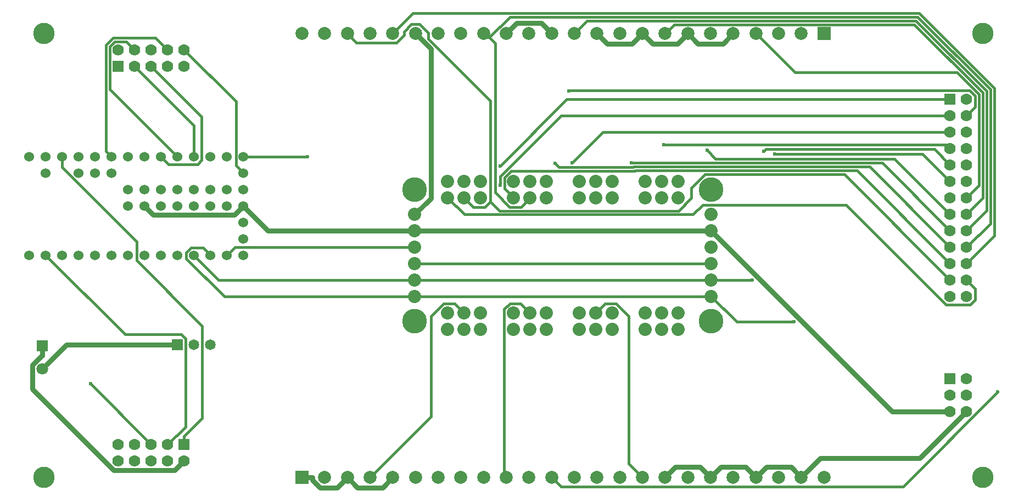
<source format=gbr>
G04 #@! TF.FileFunction,Copper,L1,Top,Signal*
%FSLAX46Y46*%
G04 Gerber Fmt 4.6, Leading zero omitted, Abs format (unit mm)*
G04 Created by KiCad (PCBNEW 4.0.7-e2-6376~58~ubuntu16.04.1) date Mon Nov 19 16:49:33 2018*
%MOMM*%
%LPD*%
G01*
G04 APERTURE LIST*
%ADD10C,0.100000*%
%ADD11R,1.800000X1.800000*%
%ADD12C,1.800000*%
%ADD13R,1.651000X1.651000*%
%ADD14C,1.651000*%
%ADD15R,1.778000X1.778000*%
%ADD16C,1.778000*%
%ADD17R,2.000000X2.000000*%
%ADD18C,2.000000*%
%ADD19C,1.524000*%
%ADD20C,2.032000*%
%ADD21C,3.810000*%
%ADD22C,3.302000*%
%ADD23C,0.600000*%
%ADD24C,0.762000*%
%ADD25C,0.381000*%
G04 APERTURE END LIST*
D10*
D11*
X54356000Y-102897940D03*
D12*
X54356000Y-106398060D03*
D13*
X75184000Y-102743000D03*
D14*
X77724000Y-102743000D03*
X80264000Y-102743000D03*
D15*
X194310000Y-64770000D03*
D16*
X196850000Y-64770000D03*
X194310000Y-67310000D03*
X196850000Y-67310000D03*
X194310000Y-69850000D03*
X196850000Y-69850000D03*
X194310000Y-72390000D03*
X196850000Y-72390000D03*
X194310000Y-74930000D03*
X196850000Y-74930000D03*
X194310000Y-77470000D03*
X196850000Y-77470000D03*
X194310000Y-80010000D03*
X196850000Y-80010000D03*
X194310000Y-82550000D03*
X196850000Y-82550000D03*
X194310000Y-85090000D03*
X196850000Y-85090000D03*
X194310000Y-87630000D03*
X196850000Y-87630000D03*
X194310000Y-90170000D03*
X196850000Y-90170000D03*
X194310000Y-92710000D03*
X196850000Y-92710000D03*
X194310000Y-95250000D03*
X196850000Y-95250000D03*
D15*
X194310000Y-107950000D03*
D16*
X196850000Y-107950000D03*
X194310000Y-110490000D03*
X196850000Y-110490000D03*
X194310000Y-113030000D03*
X196850000Y-113030000D03*
D15*
X76200000Y-118110000D03*
D16*
X76200000Y-120650000D03*
X73660000Y-118110000D03*
X73660000Y-120650000D03*
X71120000Y-118110000D03*
X71120000Y-120650000D03*
X68580000Y-118110000D03*
X68580000Y-120650000D03*
X66040000Y-118110000D03*
X66040000Y-120650000D03*
D15*
X66040000Y-59690000D03*
D16*
X66040000Y-57150000D03*
X68580000Y-59690000D03*
X68580000Y-57150000D03*
X71120000Y-59690000D03*
X71120000Y-57150000D03*
X73660000Y-59690000D03*
X73660000Y-57150000D03*
X76200000Y-59690000D03*
X76200000Y-57150000D03*
D17*
X94369940Y-123190000D03*
D18*
X97870060Y-123190000D03*
X101370000Y-123190000D03*
X104870000Y-123190000D03*
X108370000Y-123190000D03*
X111870000Y-123190000D03*
X115370000Y-123190000D03*
X118870000Y-123190000D03*
X122370000Y-123190000D03*
X125870000Y-123190000D03*
X129370000Y-123190000D03*
X132870000Y-123190000D03*
X136370000Y-123190000D03*
X139870000Y-123190000D03*
X143370000Y-123190000D03*
X146870000Y-123190000D03*
X150370000Y-123190000D03*
X153870000Y-123190000D03*
X157370000Y-123190000D03*
X160870000Y-123190000D03*
X164370000Y-123190000D03*
X167870000Y-123190000D03*
X171370000Y-123190000D03*
X174870000Y-123190000D03*
D17*
X174870060Y-54610000D03*
D18*
X171369940Y-54610000D03*
X167870000Y-54610000D03*
X164370000Y-54610000D03*
X160870000Y-54610000D03*
X157370000Y-54610000D03*
X153870000Y-54610000D03*
X150370000Y-54610000D03*
X146870000Y-54610000D03*
X143370000Y-54610000D03*
X139870000Y-54610000D03*
X136370000Y-54610000D03*
X132870000Y-54610000D03*
X129370000Y-54610000D03*
X125870000Y-54610000D03*
X122370000Y-54610000D03*
X118870000Y-54610000D03*
X115370000Y-54610000D03*
X111870000Y-54610000D03*
X108370000Y-54610000D03*
X104870000Y-54610000D03*
X101370000Y-54610000D03*
X97870000Y-54610000D03*
X94370000Y-54610000D03*
D19*
X52324000Y-88900000D03*
X54864000Y-88900000D03*
X57404000Y-88900000D03*
X59944000Y-88900000D03*
X62484000Y-88900000D03*
X65024000Y-88900000D03*
X67564000Y-88900000D03*
X70104000Y-88900000D03*
X72644000Y-88900000D03*
X75184000Y-88900000D03*
X77724000Y-88900000D03*
X80264000Y-88900000D03*
X82804000Y-88900000D03*
X85344000Y-88900000D03*
X85344000Y-86360000D03*
X85344000Y-83820000D03*
X85344000Y-81280000D03*
X85344000Y-78740000D03*
X85344000Y-76200000D03*
X85344000Y-73660000D03*
X82804000Y-73660000D03*
X80264000Y-73660000D03*
X77724000Y-73660000D03*
X75184000Y-73660000D03*
X72644000Y-73660000D03*
X70104000Y-73660000D03*
X67564000Y-73660000D03*
X65024000Y-73660000D03*
X62484000Y-73660000D03*
X59944000Y-73660000D03*
X57404000Y-73660000D03*
X54864000Y-73660000D03*
X52324000Y-73660000D03*
X67564000Y-81280000D03*
X70104000Y-81280000D03*
X72644000Y-81280000D03*
X75184000Y-81280000D03*
X77724000Y-81280000D03*
X80264000Y-81280000D03*
X82804000Y-81280000D03*
X82804000Y-78740000D03*
X80264000Y-78740000D03*
X77724000Y-78740000D03*
X75184000Y-78740000D03*
X72644000Y-78740000D03*
X70104000Y-78740000D03*
X67564000Y-78740000D03*
X65024000Y-76200000D03*
X62484000Y-76200000D03*
X59944000Y-76200000D03*
X54864000Y-76200000D03*
D20*
X111760000Y-95250000D03*
X111760000Y-92710000D03*
X111760000Y-90170000D03*
X111760000Y-87630000D03*
X111760000Y-85090000D03*
X111760000Y-82550000D03*
X157480000Y-95250000D03*
X157480000Y-92710000D03*
X157480000Y-90170000D03*
X157480000Y-87630000D03*
X157480000Y-85090000D03*
X157480000Y-82550000D03*
X116840000Y-97790000D03*
X116840000Y-100330000D03*
X119380000Y-97790000D03*
X119380000Y-100330000D03*
X121920000Y-97790000D03*
X121920000Y-100330000D03*
X127000000Y-97790000D03*
X127000000Y-100330000D03*
X129540000Y-97790000D03*
X129540000Y-100330000D03*
X132080000Y-97790000D03*
X132080000Y-100330000D03*
X137160000Y-97790000D03*
X137160000Y-100330000D03*
X139700000Y-97790000D03*
X139700000Y-100330000D03*
X142240000Y-97790000D03*
X142240000Y-100330000D03*
X147320000Y-97790000D03*
X147320000Y-100330000D03*
X149860000Y-97790000D03*
X149860000Y-100330000D03*
X152400000Y-97790000D03*
X152400000Y-100330000D03*
X152400000Y-80010000D03*
X152400000Y-77470000D03*
X149860000Y-80010000D03*
X149860000Y-77470000D03*
X147320000Y-80010000D03*
X147320000Y-77470000D03*
X142240000Y-80010000D03*
X142240000Y-77470000D03*
X139700000Y-80010000D03*
X139700000Y-77470000D03*
X137160000Y-80010000D03*
X137160000Y-77470000D03*
X132080000Y-80010000D03*
X132080000Y-77470000D03*
X129540000Y-80010000D03*
X129540000Y-77470000D03*
X127000000Y-80010000D03*
X127000000Y-77470000D03*
X121920000Y-80010000D03*
X121920000Y-77470000D03*
X119380000Y-80010000D03*
X119380000Y-77470000D03*
X116840000Y-80010000D03*
X116840000Y-77470000D03*
D21*
X111760000Y-99060000D03*
X111760000Y-78740000D03*
X157480000Y-78740000D03*
X157480000Y-99060000D03*
D22*
X54610000Y-54610000D03*
X199390000Y-54610000D03*
X199390000Y-123190000D03*
X54610000Y-123190000D03*
D23*
X124897700Y-75070400D03*
X124900000Y-78086800D03*
X135489600Y-63516200D03*
X135997300Y-74608000D03*
X201680400Y-110019500D03*
X150149400Y-71807200D03*
X165599900Y-72832500D03*
X167231800Y-73229700D03*
X156814700Y-72681100D03*
X145143900Y-74608000D03*
X133390700Y-74671500D03*
X170252000Y-99182300D03*
X163779700Y-92710000D03*
X95250000Y-73660000D03*
X61740900Y-108730900D03*
D24*
X83985400Y-82638600D02*
X85344000Y-81280000D01*
X71462600Y-82638600D02*
X83985400Y-82638600D01*
X70104000Y-81280000D02*
X71462600Y-82638600D01*
X74720000Y-122130000D02*
X76200000Y-120650000D01*
X65368700Y-122130000D02*
X74720000Y-122130000D01*
X52830400Y-109591700D02*
X65368700Y-122130000D01*
X52830400Y-105812200D02*
X52830400Y-109591700D01*
X54263400Y-104379200D02*
X52830400Y-105812200D01*
X54356000Y-104379200D02*
X54263400Y-104379200D01*
X54356000Y-102897900D02*
X54356000Y-104379200D01*
X185420000Y-113030000D02*
X157480000Y-85090000D01*
X194310000Y-113030000D02*
X185420000Y-113030000D01*
X89154000Y-85090000D02*
X111760000Y-85090000D01*
X85344000Y-81280000D02*
X89154000Y-85090000D01*
X111760000Y-85090000D02*
X157480000Y-85090000D01*
X58011100Y-102743000D02*
X54356000Y-106398100D01*
X73777200Y-102743000D02*
X58011100Y-102743000D01*
X75184000Y-102743000D02*
X73777200Y-102743000D01*
X114246400Y-80063600D02*
X111760000Y-82550000D01*
X114246400Y-56986400D02*
X114246400Y-80063600D01*
X111870000Y-54610000D02*
X114246400Y-56986400D01*
X127462100Y-53017900D02*
X125870000Y-54610000D01*
X131277900Y-53017900D02*
X127462100Y-53017900D01*
X132870000Y-54610000D02*
X131277900Y-53017900D01*
X151959900Y-121600100D02*
X150370000Y-123190000D01*
X155780100Y-121600100D02*
X151959900Y-121600100D01*
X157370000Y-123190000D02*
X155780100Y-121600100D01*
X165959900Y-121600100D02*
X164370000Y-123190000D01*
X169780100Y-121600100D02*
X165959900Y-121600100D01*
X171370000Y-123190000D02*
X169780100Y-121600100D01*
X158955700Y-121604300D02*
X157370000Y-123190000D01*
X162784300Y-121604300D02*
X158955700Y-121604300D01*
X164370000Y-123190000D02*
X162784300Y-121604300D01*
X174330700Y-120229300D02*
X171370000Y-123190000D01*
X189650700Y-120229300D02*
X174330700Y-120229300D01*
X196850000Y-113030000D02*
X189650700Y-120229300D01*
X102952900Y-124772900D02*
X101370000Y-123190000D01*
X106787100Y-124772900D02*
X102952900Y-124772900D01*
X108370000Y-123190000D02*
X106787100Y-124772900D01*
X94369900Y-123190000D02*
X95951200Y-123190000D01*
X95951200Y-123585400D02*
X95951200Y-123190000D01*
X97137100Y-124771300D02*
X95951200Y-123585400D01*
X99788700Y-124771300D02*
X97137100Y-124771300D01*
X101370000Y-123190000D02*
X99788700Y-124771300D01*
X145288600Y-56191400D02*
X146870000Y-54610000D01*
X141451400Y-56191400D02*
X145288600Y-56191400D01*
X139870000Y-54610000D02*
X141451400Y-56191400D01*
X155451500Y-56191500D02*
X153870000Y-54610000D01*
X159288500Y-56191500D02*
X155451500Y-56191500D01*
X160870000Y-54610000D02*
X159288500Y-56191500D01*
X148451400Y-56191400D02*
X146870000Y-54610000D01*
X152288600Y-56191400D02*
X148451400Y-56191400D01*
X153870000Y-54610000D02*
X152288600Y-56191400D01*
D25*
X135198100Y-64770000D02*
X194310000Y-64770000D01*
X124897700Y-75070400D02*
X135198100Y-64770000D01*
X114293700Y-113766300D02*
X104870000Y-123190000D01*
X114293700Y-98284500D02*
X114293700Y-113766300D01*
X116248300Y-96329900D02*
X114293700Y-98284500D01*
X117919900Y-96329900D02*
X116248300Y-96329900D01*
X119380000Y-97790000D02*
X117919900Y-96329900D01*
X134310200Y-67310000D02*
X194310000Y-67310000D01*
X124900000Y-76720200D02*
X134310200Y-67310000D01*
X124900000Y-78086800D02*
X124900000Y-76720200D01*
X198175700Y-65984300D02*
X196850000Y-67310000D01*
X198175700Y-64271200D02*
X198175700Y-65984300D01*
X197340600Y-63436100D02*
X198175700Y-64271200D01*
X135569700Y-63436100D02*
X197340600Y-63436100D01*
X135489600Y-63516200D02*
X135569700Y-63436100D01*
X125517500Y-122837500D02*
X125870000Y-123190000D01*
X125517500Y-97226700D02*
X125517500Y-122837500D01*
X126417100Y-96327100D02*
X125517500Y-97226700D01*
X128077100Y-96327100D02*
X126417100Y-96327100D01*
X129540000Y-97790000D02*
X128077100Y-96327100D01*
X140755300Y-69850000D02*
X194310000Y-69850000D01*
X135997300Y-74608000D02*
X140755300Y-69850000D01*
X187074200Y-124625700D02*
X201680400Y-110019500D01*
X134305700Y-124625700D02*
X187074200Y-124625700D01*
X132870000Y-123190000D02*
X134305700Y-124625700D01*
X193727200Y-71807200D02*
X150149400Y-71807200D01*
X194310000Y-72390000D02*
X193727200Y-71807200D01*
X144760900Y-121080900D02*
X146870000Y-123190000D01*
X144760900Y-98297500D02*
X144760900Y-121080900D01*
X142818800Y-96355400D02*
X144760900Y-98297500D01*
X141134600Y-96355400D02*
X142818800Y-96355400D01*
X139700000Y-97790000D02*
X141134600Y-96355400D01*
X191879600Y-72499600D02*
X194310000Y-74930000D01*
X165932800Y-72499600D02*
X191879600Y-72499600D01*
X165599900Y-72832500D02*
X165932800Y-72499600D01*
X190069700Y-73229700D02*
X194310000Y-77470000D01*
X167231800Y-73229700D02*
X190069700Y-73229700D01*
X198757100Y-78102900D02*
X196850000Y-80010000D01*
X198757100Y-64030300D02*
X198757100Y-78102900D01*
X195391100Y-60664300D02*
X198757100Y-64030300D01*
X170424300Y-60664300D02*
X195391100Y-60664300D01*
X164370000Y-54610000D02*
X170424300Y-60664300D01*
X185753400Y-73993400D02*
X194310000Y-82550000D01*
X158127000Y-73993400D02*
X185753400Y-73993400D01*
X156814700Y-72681100D02*
X158127000Y-73993400D01*
X199361000Y-80039000D02*
X196850000Y-82550000D01*
X199361000Y-63793200D02*
X199361000Y-80039000D01*
X188786900Y-53219100D02*
X199361000Y-63793200D01*
X151760900Y-53219100D02*
X188786900Y-53219100D01*
X150370000Y-54610000D02*
X151760900Y-53219100D01*
X183828000Y-74608000D02*
X194310000Y-85090000D01*
X145143900Y-74608000D02*
X183828000Y-74608000D01*
X199942300Y-81997700D02*
X196850000Y-85090000D01*
X199942300Y-63534100D02*
X199942300Y-81997700D01*
X189045900Y-52637700D02*
X199942300Y-63534100D01*
X138342300Y-52637700D02*
X189045900Y-52637700D01*
X136370000Y-54610000D02*
X138342300Y-52637700D01*
X181879500Y-75199500D02*
X194310000Y-87630000D01*
X145529400Y-75199500D02*
X181879500Y-75199500D01*
X145430100Y-75298800D02*
X145529400Y-75199500D01*
X134018000Y-75298800D02*
X145430100Y-75298800D01*
X133390700Y-74671500D02*
X134018000Y-75298800D01*
X123001100Y-55241100D02*
X122370000Y-54610000D01*
X123267600Y-55241100D02*
X123001100Y-55241100D01*
X124165200Y-56138700D02*
X123267600Y-55241100D01*
X124165200Y-79195500D02*
X124165200Y-56138700D01*
X126389800Y-81420100D02*
X124165200Y-79195500D01*
X128129900Y-81420100D02*
X126389800Y-81420100D01*
X129540000Y-80010000D02*
X128129900Y-81420100D01*
X200523600Y-83956400D02*
X196850000Y-87630000D01*
X200523600Y-63285300D02*
X200523600Y-83956400D01*
X189294600Y-52056300D02*
X200523600Y-63285300D01*
X126452400Y-52056300D02*
X189294600Y-52056300D01*
X123267600Y-55241100D02*
X126452400Y-52056300D01*
X179926300Y-75786300D02*
X194310000Y-90170000D01*
X145764700Y-75786300D02*
X179926300Y-75786300D01*
X145670900Y-75880100D02*
X145764700Y-75786300D01*
X126587100Y-75880100D02*
X145670900Y-75880100D01*
X125593100Y-76874100D02*
X126587100Y-75880100D01*
X125593100Y-78603100D02*
X125593100Y-76874100D01*
X127000000Y-80010000D02*
X125593100Y-78603100D01*
X201136600Y-85883400D02*
X196850000Y-90170000D01*
X201136600Y-63068700D02*
X201136600Y-85883400D01*
X189542800Y-51474900D02*
X201136600Y-63068700D01*
X111505100Y-51474900D02*
X189542800Y-51474900D01*
X108370000Y-54610000D02*
X111505100Y-51474900D01*
X122554900Y-81425300D02*
X123395300Y-80584900D01*
X120795300Y-81425300D02*
X122554900Y-81425300D01*
X119380000Y-80010000D02*
X120795300Y-81425300D01*
X123395300Y-65043600D02*
X123395300Y-80584900D01*
X113814200Y-55462500D02*
X123395300Y-65043600D01*
X113814200Y-54562700D02*
X113814200Y-55462500D01*
X112451300Y-53199800D02*
X113814200Y-54562700D01*
X111245200Y-53199800D02*
X112451300Y-53199800D01*
X110120000Y-54325000D02*
X111245200Y-53199800D01*
X110120000Y-54848700D02*
X110120000Y-54325000D01*
X108956600Y-56012100D02*
X110120000Y-54848700D01*
X102772100Y-56012100D02*
X108956600Y-56012100D01*
X101370000Y-54610000D02*
X102772100Y-56012100D01*
X178002700Y-76402700D02*
X194310000Y-92710000D01*
X156522300Y-76402700D02*
X178002700Y-76402700D01*
X154431100Y-78493900D02*
X156522300Y-76402700D01*
X154431100Y-79991900D02*
X154431100Y-78493900D01*
X152421000Y-82002000D02*
X154431100Y-79991900D01*
X124812400Y-82002000D02*
X152421000Y-82002000D01*
X123395300Y-80584900D02*
X124812400Y-82002000D01*
X198184600Y-94044600D02*
X196850000Y-92710000D01*
X198184600Y-95736400D02*
X198184600Y-94044600D01*
X197387600Y-96533400D02*
X198184600Y-95736400D01*
X193720300Y-96533400D02*
X197387600Y-96533400D01*
X178276400Y-81089500D02*
X193720300Y-96533400D01*
X156173400Y-81089500D02*
X178276400Y-81089500D01*
X154669800Y-82593100D02*
X156173400Y-81089500D01*
X119423100Y-82593100D02*
X154669800Y-82593100D01*
X116840000Y-80010000D02*
X119423100Y-82593100D01*
X79104100Y-87740100D02*
X80264000Y-88900000D01*
X77247400Y-87740100D02*
X79104100Y-87740100D01*
X76537500Y-88450000D02*
X77247400Y-87740100D01*
X76537500Y-89392200D02*
X76537500Y-88450000D01*
X82395300Y-95250000D02*
X76537500Y-89392200D01*
X111760000Y-95250000D02*
X82395300Y-95250000D01*
X157480000Y-95250000D02*
X111760000Y-95250000D01*
X161412300Y-99182300D02*
X170252000Y-99182300D01*
X157480000Y-95250000D02*
X161412300Y-99182300D01*
X157480000Y-92710000D02*
X163779700Y-92710000D01*
X157480000Y-92710000D02*
X111760000Y-92710000D01*
X81534000Y-92710000D02*
X77724000Y-88900000D01*
X111760000Y-92710000D02*
X81534000Y-92710000D01*
X157480000Y-90170000D02*
X111760000Y-90170000D01*
X85344000Y-73660000D02*
X95250000Y-73660000D01*
X78993900Y-114036300D02*
X76200000Y-116830200D01*
X78993900Y-99813900D02*
X78993900Y-114036300D01*
X68867300Y-89687300D02*
X78993900Y-99813900D01*
X68867300Y-86768200D02*
X68867300Y-89687300D01*
X57404000Y-75304900D02*
X68867300Y-86768200D01*
X57404000Y-73660000D02*
X57404000Y-75304900D01*
X76200000Y-118110000D02*
X76200000Y-116830200D01*
X76400400Y-115369600D02*
X73660000Y-118110000D01*
X76400400Y-101754500D02*
X76400400Y-115369600D01*
X75754400Y-101108500D02*
X76400400Y-101754500D01*
X67072500Y-101108500D02*
X75754400Y-101108500D01*
X54864000Y-88900000D02*
X67072500Y-101108500D01*
X61740900Y-108730900D02*
X71120000Y-118110000D01*
X77724000Y-68834000D02*
X77724000Y-73660000D01*
X68580000Y-59690000D02*
X77724000Y-68834000D01*
X67300100Y-55870100D02*
X68580000Y-57150000D01*
X65494300Y-55870100D02*
X67300100Y-55870100D01*
X64749700Y-56614700D02*
X65494300Y-55870100D01*
X64749700Y-63225700D02*
X64749700Y-56614700D01*
X75184000Y-73660000D02*
X64749700Y-63225700D01*
X78899900Y-67469900D02*
X71120000Y-59690000D01*
X78899900Y-74168600D02*
X78899900Y-67469900D01*
X78240900Y-74827600D02*
X78899900Y-74168600D01*
X73811600Y-74827600D02*
X78240900Y-74827600D01*
X72644000Y-73660000D02*
X73811600Y-74827600D01*
X64168300Y-72804300D02*
X65024000Y-73660000D01*
X64168300Y-56373800D02*
X64168300Y-72804300D01*
X65270100Y-55272000D02*
X64168300Y-56373800D01*
X71782000Y-55272000D02*
X65270100Y-55272000D01*
X73660000Y-57150000D02*
X71782000Y-55272000D01*
X84183300Y-65133300D02*
X76200000Y-57150000D01*
X84183300Y-75039300D02*
X84183300Y-65133300D01*
X85344000Y-76200000D02*
X84183300Y-75039300D01*
X84074000Y-87630000D02*
X82804000Y-88900000D01*
X111760000Y-87630000D02*
X84074000Y-87630000D01*
M02*

</source>
